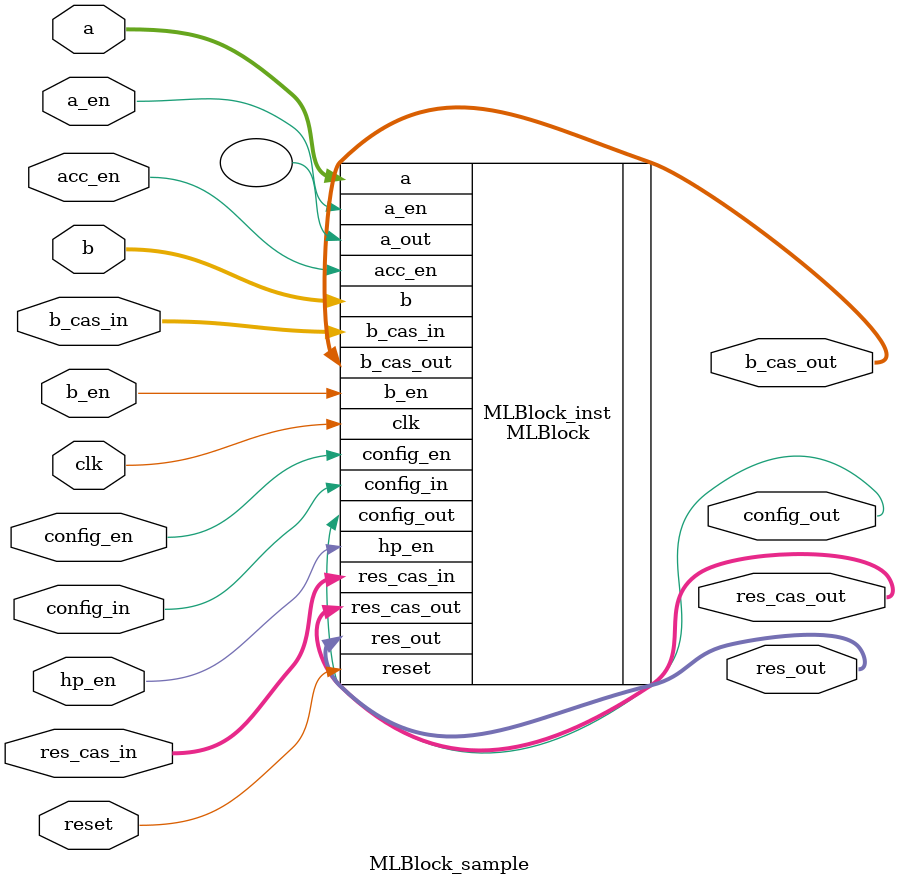
<source format=v>
module MLBlock_sample (
		clk, 
		reset,

		hp_en,

		a, 
		a_en,

		b,
		b_cas_in,
		b_cas_out,
		b_en,

		acc_en,
		res_out,

		res_cas_in,
		res_cas_out,

		config_en,
		config_in,
		config_out

	);
	
	///////// Parameters
	parameter PE_W = 3;
	parameter PE_H = 4; //4

	parameter PR_CAS = (PE_W > PE_H) ? PE_W : PE_H;

	parameter A_W = 8;
	parameter A_D = 6; //6
	
	parameter B_W = 8;
	parameter B_D = 4; //4

	parameter RES_W = 32;

	parameter SHIFTER_TYPE = "2Wx2V_by_WxV";	// "BYPASS", "2Wx2V_by_WxV", "2Wx2V_by_WxV_apx", "2Wx2V_by_WxV_apx_adv"
	parameter ACC_D = 2; //2

	///////// IOs
	input clk;
	input reset;

	input hp_en;

	input [PE_H*A_W-1:0] a;
	input a_en;

	input [PE_W*B_W-1:0] b;
	input [PE_W*B_W-1:0] b_cas_in;
	output [PE_W*B_W-1:0] b_cas_out;
	input b_en;

	input acc_en;
	output [PR_CAS*RES_W-1:0] res_out;

	input [PR_CAS*RES_W-1:0] res_cas_in;
	output [PR_CAS*RES_W-1:0] res_cas_out;

	input config_en;
	input config_in;
	output config_out;

	defparam MLBlock_inst.PE_W = PE_W;
	defparam MLBlock_inst.PE_H = PE_H;

	defparam MLBlock_inst.A_W = A_W;
	defparam MLBlock_inst.A_D = A_D;
	defparam MLBlock_inst.B_W = B_W;
	defparam MLBlock_inst.B_D = B_D;
	defparam MLBlock_inst.RES_W = RES_W;
	defparam MLBlock_inst.SHIFTER_TYPE = SHIFTER_TYPE;
	defparam MLBlock_inst.ACC_D = ACC_D;
	MLBlock MLBlock_inst(
		.clk(clk), 
		.reset(reset),

		.hp_en(hp_en),

		.a(a), 
		.a_out(),
		.a_en(a_en),

		.b(b),
		.b_cas_in(b_cas_in),
		.b_cas_out(b_cas_out),
		.b_en(b_en),

		.acc_en(acc_en),
		.res_out(res_out),

		.res_cas_in(res_cas_in),
		.res_cas_out(res_cas_out),

		.config_en(config_en),
		.config_in(config_in),
		.config_out(config_out)
	);

endmodule 

</source>
